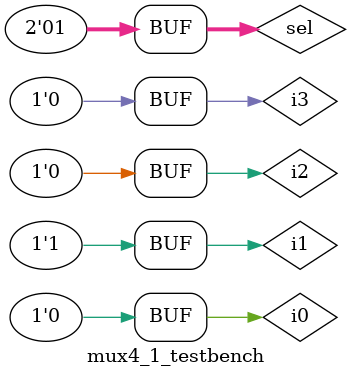
<source format=sv>
`timescale 1ns/10ps

module mux4_1 (i0, i1, i2, i3, sel, out);
	input logic i0, i1, i2, i3;
	input logic [1:0] sel;
	output logic out;
	parameter delay = 5;

	logic out1, out2, out3, out4;
	
	//assign out = (i0 & ~sel[0] & ~sel[1]) | (i1 & sel[0] & ~sel[1]) | (i2 & ~sel[0] & sel[1]) | (i3 & sel[0] & sel[1]);
	
	and #delay a1(out1, i0, ~sel[0], ~sel[1]);
	and #delay a2(out2, i1, sel[0], ~sel[1]);
	and #delay a3(out3, i2, ~sel[0], sel[1]);
	and #delay a4(out4, i3, sel[0], sel[1]);
	
	or #delay finalOut(out, out1, out2, out3, out4);


endmodule

module mux4_1_testbench();
	logic i0, i1, i2, i3;
	logic [1:0] sel;
	logic out;
		

mux4_1 dut (i0, i1, i2, i3, sel, out);

 initial begin
	i0 = 0;
	i1 = 1;
	i2 = 0;
	i3 = 0;
	sel = 2'b01;
	#10;
 end

 // Set up the inputs to the design. Each line is a clock cycle.

endmodule
</source>
